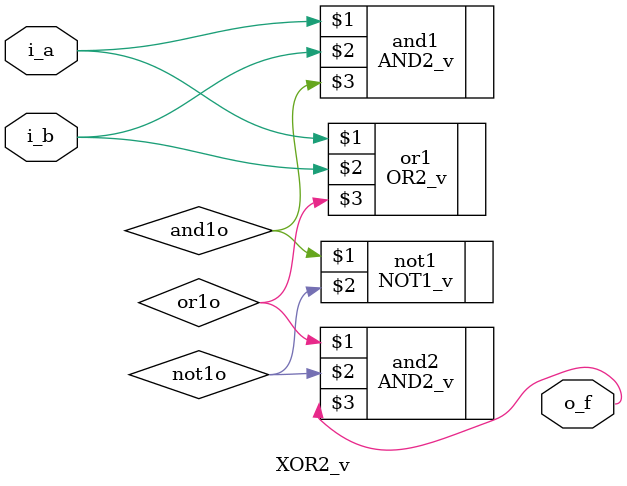
<source format=v>

module XOR2_v
  (input i_a, i_b,
   output o_f);
     
  wire or1o, and1o, not1o; // internal outputs
   
  OR2_v or1   (i_a  , i_b  , or1o );
  AND2_v and1 (i_a  , i_b  , and1o);
  NOT1_v not1 (and1o, not1o       );
  AND2_v and2 (or1o , not1o, o_f  );
  
endmodule








</source>
